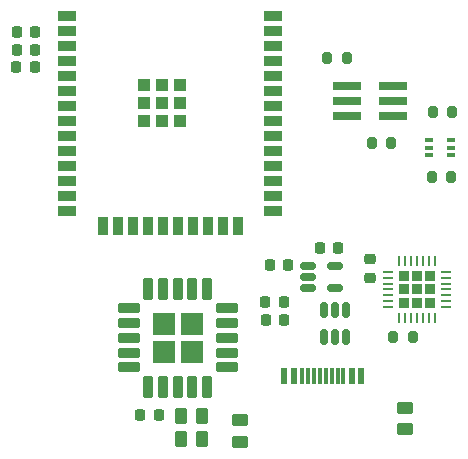
<source format=gbr>
%TF.GenerationSoftware,KiCad,Pcbnew,9.0.1*%
%TF.CreationDate,2025-11-28T17:08:09+01:00*%
%TF.ProjectId,SCD41-D-R1_demo,53434434-312d-4442-9d52-315f64656d6f,rev?*%
%TF.SameCoordinates,Original*%
%TF.FileFunction,Paste,Top*%
%TF.FilePolarity,Positive*%
%FSLAX46Y46*%
G04 Gerber Fmt 4.6, Leading zero omitted, Abs format (unit mm)*
G04 Created by KiCad (PCBNEW 9.0.1) date 2025-11-28 17:08:09*
%MOMM*%
%LPD*%
G01*
G04 APERTURE LIST*
G04 Aperture macros list*
%AMRoundRect*
0 Rectangle with rounded corners*
0 $1 Rounding radius*
0 $2 $3 $4 $5 $6 $7 $8 $9 X,Y pos of 4 corners*
0 Add a 4 corners polygon primitive as box body*
4,1,4,$2,$3,$4,$5,$6,$7,$8,$9,$2,$3,0*
0 Add four circle primitives for the rounded corners*
1,1,$1+$1,$2,$3*
1,1,$1+$1,$4,$5*
1,1,$1+$1,$6,$7*
1,1,$1+$1,$8,$9*
0 Add four rect primitives between the rounded corners*
20,1,$1+$1,$2,$3,$4,$5,0*
20,1,$1+$1,$4,$5,$6,$7,0*
20,1,$1+$1,$6,$7,$8,$9,0*
20,1,$1+$1,$8,$9,$2,$3,0*%
G04 Aperture macros list end*
%ADD10RoundRect,0.200000X-0.200000X-0.275000X0.200000X-0.275000X0.200000X0.275000X-0.200000X0.275000X0*%
%ADD11RoundRect,0.225000X0.250000X-0.225000X0.250000X0.225000X-0.250000X0.225000X-0.250000X-0.225000X0*%
%ADD12RoundRect,0.225000X-0.225000X-0.225000X0.225000X-0.225000X0.225000X0.225000X-0.225000X0.225000X0*%
%ADD13RoundRect,0.062500X-0.337500X-0.062500X0.337500X-0.062500X0.337500X0.062500X-0.337500X0.062500X0*%
%ADD14RoundRect,0.062500X-0.062500X-0.337500X0.062500X-0.337500X0.062500X0.337500X-0.062500X0.337500X0*%
%ADD15RoundRect,0.250000X-0.450000X0.262500X-0.450000X-0.262500X0.450000X-0.262500X0.450000X0.262500X0*%
%ADD16RoundRect,0.250000X-0.262500X-0.450000X0.262500X-0.450000X0.262500X0.450000X-0.262500X0.450000X0*%
%ADD17RoundRect,0.225000X0.225000X0.250000X-0.225000X0.250000X-0.225000X-0.250000X0.225000X-0.250000X0*%
%ADD18R,2.400000X0.740000*%
%ADD19RoundRect,0.225000X-0.225000X-0.250000X0.225000X-0.250000X0.225000X0.250000X-0.225000X0.250000X0*%
%ADD20RoundRect,0.218750X0.218750X0.256250X-0.218750X0.256250X-0.218750X-0.256250X0.218750X-0.256250X0*%
%ADD21RoundRect,0.100000X-0.225000X-0.100000X0.225000X-0.100000X0.225000X0.100000X-0.225000X0.100000X0*%
%ADD22R,0.600000X1.450000*%
%ADD23R,0.300000X1.450000*%
%ADD24RoundRect,0.200000X0.200000X0.275000X-0.200000X0.275000X-0.200000X-0.275000X0.200000X-0.275000X0*%
%ADD25RoundRect,0.150000X0.150000X-0.512500X0.150000X0.512500X-0.150000X0.512500X-0.150000X-0.512500X0*%
%ADD26RoundRect,0.150000X-0.512500X-0.150000X0.512500X-0.150000X0.512500X0.150000X-0.512500X0.150000X0*%
%ADD27R,1.500000X0.900000*%
%ADD28R,0.900000X1.500000*%
%ADD29R,1.050000X1.050000*%
%ADD30RoundRect,0.250001X-0.714999X-0.714999X0.714999X-0.714999X0.714999X0.714999X-0.714999X0.714999X0*%
%ADD31RoundRect,0.212500X-0.737500X-0.212500X0.737500X-0.212500X0.737500X0.212500X-0.737500X0.212500X0*%
%ADD32RoundRect,0.212500X-0.212500X-0.737500X0.212500X-0.737500X0.212500X0.737500X-0.212500X0.737500X0*%
G04 APERTURE END LIST*
D10*
%TO.C,R13*%
X193000000Y-94000000D03*
X194650000Y-94000000D03*
%TD*%
D11*
%TO.C,C9*%
X191000000Y-89000000D03*
X191000000Y-87450000D03*
%TD*%
D12*
%TO.C,U7*%
X193880000Y-88880000D03*
X193880000Y-90000000D03*
X193880000Y-91120000D03*
X195000000Y-88880000D03*
X195000000Y-90000000D03*
X195000000Y-91120000D03*
X196120000Y-88880000D03*
X196120000Y-90000000D03*
X196120000Y-91120000D03*
D13*
X192550000Y-88500000D03*
X192550000Y-89000000D03*
X192550000Y-89500000D03*
X192550000Y-90000000D03*
X192550000Y-90500000D03*
X192550000Y-91000000D03*
X192550000Y-91500000D03*
D14*
X193500000Y-92450000D03*
X194000000Y-92450000D03*
X194500000Y-92450000D03*
X195000000Y-92450000D03*
X195500000Y-92450000D03*
X196000000Y-92450000D03*
X196500000Y-92450000D03*
D13*
X197450000Y-91500000D03*
X197450000Y-91000000D03*
X197450000Y-90500000D03*
X197450000Y-90000000D03*
X197450000Y-89500000D03*
X197450000Y-89000000D03*
X197450000Y-88500000D03*
D14*
X196500000Y-87550000D03*
X196000000Y-87550000D03*
X195500000Y-87550000D03*
X195000000Y-87550000D03*
X194500000Y-87550000D03*
X194000000Y-87550000D03*
X193500000Y-87550000D03*
%TD*%
D15*
%TO.C,R5*%
X194000000Y-100000000D03*
X194000000Y-101825000D03*
%TD*%
D16*
%TO.C,R17*%
X175000000Y-102700000D03*
X176825000Y-102700000D03*
%TD*%
%TO.C,R16*%
X175000000Y-100700000D03*
X176825000Y-100700000D03*
%TD*%
D10*
%TO.C,R9*%
X187400000Y-70400000D03*
X189050000Y-70400000D03*
%TD*%
D17*
%TO.C,C5*%
X173150000Y-100600000D03*
X171600000Y-100600000D03*
%TD*%
D18*
%TO.C,J3*%
X189050000Y-72730000D03*
X192950000Y-72730000D03*
X189050000Y-74000000D03*
X192950000Y-74000000D03*
X189050000Y-75270000D03*
X192950000Y-75270000D03*
%TD*%
D19*
%TO.C,C2*%
X182217500Y-92545000D03*
X183767500Y-92545000D03*
%TD*%
D20*
%TO.C,FB1*%
X183742500Y-91045000D03*
X182167500Y-91045000D03*
%TD*%
D19*
%TO.C,C8*%
X161150000Y-68200000D03*
X162700000Y-68200000D03*
%TD*%
%TO.C,C6*%
X161100000Y-71200000D03*
X162650000Y-71200000D03*
%TD*%
D21*
%TO.C,Q1*%
X196000000Y-77350000D03*
X196000000Y-78000000D03*
X196000000Y-78650000D03*
X197900000Y-78650000D03*
X197900000Y-78000000D03*
X197900000Y-77350000D03*
%TD*%
D22*
%TO.C,J4*%
X183787500Y-97325000D03*
X184587500Y-97325000D03*
D23*
X185787500Y-97325000D03*
X186787500Y-97325000D03*
X187287500Y-97325000D03*
X188287500Y-97325000D03*
D22*
X189487500Y-97325000D03*
X190287500Y-97325000D03*
X190287500Y-97325000D03*
X189487500Y-97325000D03*
D23*
X188787500Y-97325000D03*
X187787500Y-97325000D03*
X186287500Y-97325000D03*
X185287500Y-97325000D03*
D22*
X184587500Y-97325000D03*
X183787500Y-97325000D03*
%TD*%
D24*
%TO.C,R15*%
X198000000Y-75000000D03*
X196350000Y-75000000D03*
%TD*%
D25*
%TO.C,U3*%
X187100000Y-94000000D03*
X188050000Y-94000000D03*
X189000000Y-94000000D03*
X189000000Y-91725000D03*
X188050000Y-91725000D03*
X187100000Y-91725000D03*
%TD*%
D26*
%TO.C,U2*%
X185825000Y-88000000D03*
X185825000Y-88950000D03*
X185825000Y-89900000D03*
X188100000Y-89900000D03*
X188100000Y-88000000D03*
%TD*%
D27*
%TO.C,U4*%
X165345000Y-66850000D03*
X165345000Y-68120000D03*
X165345000Y-69390000D03*
X165345000Y-70660000D03*
X165345000Y-71930000D03*
X165345000Y-73200000D03*
X165345000Y-74470000D03*
X165345000Y-75740000D03*
X165345000Y-77010000D03*
X165345000Y-78280000D03*
X165345000Y-79550000D03*
X165345000Y-80820000D03*
X165345000Y-82090000D03*
X165345000Y-83360000D03*
D28*
X168385000Y-84610000D03*
X169655000Y-84610000D03*
X170925000Y-84610000D03*
X172195000Y-84610000D03*
X173465000Y-84610000D03*
X174735000Y-84610000D03*
X176005000Y-84610000D03*
X177275000Y-84610000D03*
X178545000Y-84610000D03*
X179815000Y-84610000D03*
D27*
X182845000Y-83360000D03*
X182845000Y-82090000D03*
X182845000Y-80820000D03*
X182845000Y-79550000D03*
X182845000Y-78280000D03*
X182845000Y-77010000D03*
X182845000Y-75740000D03*
X182845000Y-74470000D03*
X182845000Y-73200000D03*
X182845000Y-71930000D03*
X182845000Y-70660000D03*
X182845000Y-69390000D03*
X182845000Y-68120000D03*
X182845000Y-66850000D03*
D29*
X171890000Y-72665000D03*
X171890000Y-74190000D03*
X171890000Y-75715000D03*
X173415000Y-72665000D03*
X173415000Y-74190000D03*
X173415000Y-75715000D03*
X174940000Y-72665000D03*
X174940000Y-74190000D03*
X174940000Y-75715000D03*
%TD*%
D15*
%TO.C,R1*%
X180000000Y-101087500D03*
X180000000Y-102912500D03*
%TD*%
D10*
%TO.C,R14*%
X196250000Y-80500000D03*
X197900000Y-80500000D03*
%TD*%
%TO.C,R10*%
X191200000Y-77600000D03*
X192850000Y-77600000D03*
%TD*%
D19*
%TO.C,C7*%
X161125000Y-69700000D03*
X162675000Y-69700000D03*
%TD*%
D17*
%TO.C,C4*%
X188317500Y-86445000D03*
X186767500Y-86445000D03*
%TD*%
%TO.C,C3*%
X184117500Y-87945000D03*
X182567500Y-87945000D03*
%TD*%
D30*
%TO.C,U1*%
X173550000Y-92900000D03*
X173550000Y-95300000D03*
X175950000Y-92900000D03*
X175950000Y-95300000D03*
D31*
X170600000Y-91600000D03*
X170600000Y-92850000D03*
X170600000Y-94100000D03*
X170600000Y-95350000D03*
X170600000Y-96600000D03*
D32*
X172250000Y-98250000D03*
X173500000Y-98250000D03*
X174750000Y-98250000D03*
X176000000Y-98250000D03*
X177250000Y-98250000D03*
D31*
X178900000Y-96600000D03*
X178900000Y-95350000D03*
X178900000Y-94100000D03*
X178900000Y-92850000D03*
X178900000Y-91600000D03*
D32*
X177250000Y-89950000D03*
X176000000Y-89950000D03*
X174750000Y-89950000D03*
X173500000Y-89950000D03*
X172250000Y-89950000D03*
%TD*%
M02*

</source>
